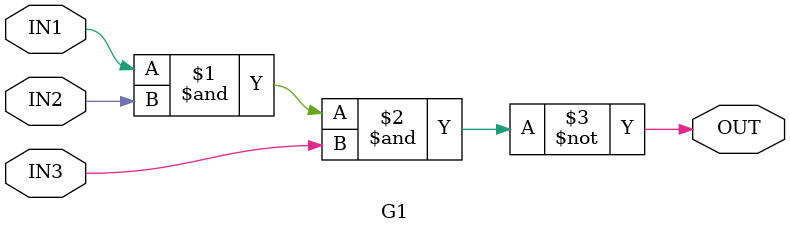
<source format=v>
module G1(IN1, IN2, IN3, OUT);
	input IN1, IN2, IN3;
	output OUT;
	
	assign OUT = ~(IN1 & IN2 & IN3);
endmodule
</source>
